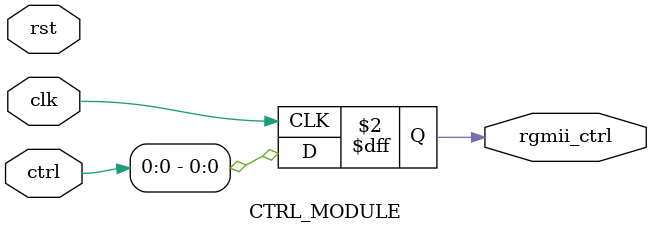
<source format=v>
`timescale 1ns / 1ps
module CTRL_MODULE(
	input clk,
	input rst,
	input [15:0]ctrl,
	output reg rgmii_ctrl
    );
always @(posedge clk)
			begin
				rgmii_ctrl<=ctrl[0:0];
			end
endmodule

</source>
